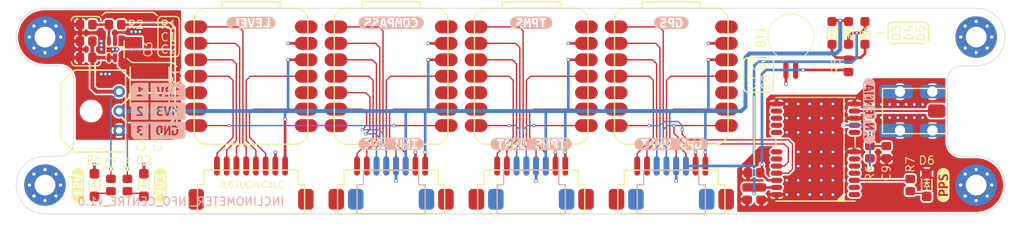
<source format=kicad_pcb>
(kicad_pcb (version 20221018) (generator pcbnew)
  (layers (0 "F.Cu" signal) (1 "In1.Cu" signal) (2 "In2.Cu" signal) (31 "B.Cu" signal) (34 "B.Paste" user) (35 "F.Paste" user) (36 "B.SilkS" user "B.Silkscreen") (37 "F.SilkS" user "F.Silkscreen") (38 "B.Mask" user) (39 "F.Mask" user) (44 "Edge.Cuts" user))
  (net 0 "")
  (net 1 "Net-(BT1-+)")
  (net 2 "GND")
  (net 3 "Net-(IC1-SW)")
  (net 4 "Net-(IC1-CB)")
  (net 5 "+12V")
  (net 6 "Net-(D4-K)")
  (net 7 "Net-(C9-Pad1)")
  (net 8 "+3.3V")
  (net 9 "Net-(D2-A)")
  (net 10 "Net-(D1-A)")
  (net 11 "Net-(IC1-FB)")
  (net 14 "Net-(IC3-SDA{slash}D4)")
  (net 15 "Net-(IC3-SCL{slash}D5)")
  (net 16 "Net-(IC4-TX{slash}D6)")
  (net 17 "Net-(IC4-RX{slash}D7)")
  (net 20 "Net-(IC6-TIMEPULSE)")
  (net 25 "Net-(IC6-VCC_RF)")
  (net 26 "Net-(IC2-A0{slash}D0)")
  (net 27 "Net-(IC2-A1{slash}D1)")
  (net 28 "Net-(IC2-A2{slash}D2)")
  (net 29 "Net-(IC2-A3{slash}D3)")
  (net 30 "Net-(IC6-RF_IN)")
  (net 32 "Net-(IC2-TX{slash}D6)")
  (net 33 "Net-(IC2-RX{slash}D7)")
  (net 34 "Net-(IC2-SCK{slash}D8)")
  (net 36 "Net-(IC2-SI{slash}D10)")
  (net 38 "Net-(IC3-A0{slash}D0)")
  (net 39 "Net-(IC3-A1{slash}D1)")
  (net 40 "Net-(IC3-A2{slash}D2)")
  (net 41 "Net-(IC3-A3{slash}D3)")
  (net 44 "Net-(IC3-SCK{slash}D8)")
  (net 46 "Net-(IC3-SI{slash}D10)")
  (net 48 "Net-(IC4-A0{slash}D0)")
  (net 49 "Net-(IC4-A1{slash}D1)")
  (net 50 "Net-(IC4-A2{slash}D2)")
  (net 51 "Net-(IC4-A3{slash}D3)")
  (net 54 "Net-(IC4-SCK{slash}D8)")
  (net 56 "Net-(IC4-SI{slash}D10)")
  (net 58 "Net-(IC5-A0{slash}D0)")
  (net 59 "Net-(IC5-A1{slash}D1)")
  (net 60 "Net-(IC5-A2{slash}D2)")
  (net 61 "Net-(IC5-A3{slash}D3)")
  (net 64 "Net-(IC5-TX{slash}D6)")
  (net 65 "Net-(IC5-RX{slash}D7)")
  (net 66 "Net-(IC5-SCK{slash}D8)")
  (net 68 "Net-(IC5-SI{slash}D10)")
  (net 71 "Net-(D3-K)")
  (net 73 "Net-(D6-A)")
  (footprint "passives:C0805" (layer "F.Cu") (at 189.9285 95.25)
    (fp_text reference "C6")
    (fp_text value "1u")
  )
  (footprint "passives:R0805" (layer "F.Cu") (at 91.44 72.39)
    (fp_text reference "R2")
    (fp_text value "69k8")
  )
  (footprint "MountingHole:MountingHole_3.2mm_M3_Pad_Via" (layer "F.Cu") (at 80.645 97.155)
    (fp_text reference "H4" hide)
    (fp_text value "MountingHole_Pad")
  )
  (footprint "MountingHole:MountingHole_3.2mm_M3_Pad_Via" (layer "F.Cu") (at 224.155 74.295)
    (fp_text reference "H1" hide)
    (fp_text value "MountingHole_Pad")
  )
  (footprint "passives:C0805" (layer "F.Cu") (at 95.504 87.63 90)
    (fp_text reference "C4")
    (fp_text value "10u")
  )
  (footprint "MountingHole:MountingHole_3.2mm_M3_Pad_Via" (layer "F.Cu") (at 224.155 97.155)
    (fp_text reference "H2" hide)
    (fp_text value "MountingHole_Pad")
  )
  (footprint "passives:SOD-123" (layer "F.Cu") (at 207.01 73.66 90)
    (fp_text reference "D5")
    (fp_text value "SS0540")
  )
  (footprint "passives:C0805" (layer "F.Cu") (at 210.312 92.075 -90)
    (fp_text reference "C9")
    (fp_text value "47p")
  )
  (footprint "passives:R0805" (layer "F.Cu") (at 207.772 92.075 -90)
    (fp_text reference "R6")
    (fp_text value "10")
  )
  (footprint "connectors:TE-292228-8" (layer "F.Cu") (at 177.165 101.6)
    (fp_text reference "J2" hide)
    (fp_text value "Conn_01x08")
  )
  (footprint "integrated_circuits:SEEED_XIAO" (layer "F.Cu") (at 155.575 80.35)
    (fp_text reference "IC4" hide)
    (fp_text value "~")
  )
  (footprint "passives:R0805" (layer "F.Cu") (at 90.805 97.155 90)
    (fp_text reference "R3")
    (fp_text value "1k")
  )
  (footprint "passives:R0805" (layer "F.Cu") (at 204.47 78.74 -90)
    (fp_text reference "R5")
    (fp_text value "1k")
  )
  (footprint "integrated_circuits:SEEED_XIAO" (layer "F.Cu") (at 112.395 80.35)
    (fp_text reference "IC2" hide)
    (fp_text value "~")
  )
  (footprint "passives:C0805" (layer "F.Cu") (at 86.995 77.47)
    (fp_text reference "C2")
    (fp_text value "4u7")
  )
  (footprint "passives:R0805" (layer "F.Cu") (at 93.345 97.155 90)
    (fp_text reference "R4")
    (fp_text value "1k")
  )
  (footprint "optoelectronics:1206" (layer "F.Cu") (at 95.885 97.155 90)
    (fp_text reference "D2")
    (fp_text value "~")
  )
  (footprint "passives:R0805" (layer "F.Cu") (at 213.995 97.155 90)
    (fp_text reference "R7")
    (fp_text value "1k")
  )
  (footprint "integrated_circuits:SEEED_XIAO" (layer "F.Cu") (at 133.985 80.35)
    (fp_text reference "IC3" hide)
    (fp_text value "~")
  )
  (footprint "passives:C0805" (layer "F.Cu") (at 98.044 87.63 90)
    (fp_text reference "C5")
    (fp_text value "10u")
  )
  (footprint "passives:L0805" (layer "F.Cu") (at 207.772 87.168028 90)
    (fp_text reference "L2")
    (fp_text value "27n")
  )
  (footprint "optoelectronics:1206" (layer "F.Cu") (at 216.535 97.155 90)
    (fp_text reference "D6")
    (fp_text value "~")
  )
  (footprint "passives:L6055" (layer "F.Cu") (at 96.774 81.915 -90)
    (fp_text reference "L1")
    (fp_text value "8u2")
  )
  (footprint "connectors:TE-292228-8" (layer "F.Cu") (at 133.985 101.6)
    (fp_text reference "J1" hide)
    (fp_text value "Conn_01x08")
  )
  (footprint "passives:C0805" (layer "F.Cu") (at 191.008 98.475 90)
    (fp_text reference "C8")
    (fp_text value "1u")
  )
  (footprint "kibuzzard-64F4D513" (layer "F.Cu") (at 85.725 97.155 90)
    (fp_text reference "kibuzzard-64F4D513" hide)
    (fp_text value "G***" hide)
  )
  (footprint "connectors:TE-292228-8" (layer "F.Cu") (at 112.395 101.6)
    (fp_text reference "J3" hide)
    (fp_text value "Conn_01x08")
  )
  (footprint "optoelectronics:1206" (layer "F.Cu") (at 88.265 97.155 90)
    (fp_text reference "D1")
    (fp_text value "~")
  )
  (footprint "passives:C0805" (layer "F.Cu") (at 86.995 74.93)
    (fp_text reference "C1")
    (fp_text value "100n")
  )
  (footprint "kibuzzard-64F4D629" (layer "F.Cu") (at 219.075 97.155 90)
    (fp_text reference "kibuzzard-64F4D629" hide)
    (fp_text value "G***" hide)
  )
  (footprint "passives:C0805" (layer "F.Cu") (at 188.849 98.475 90)
    (fp_text reference "C7")
    (fp_text value "100n")
  )
  (footprint "passives:R0805" (layer "F.Cu") (at 86.995 72.39)
    (fp_text reference "R1")
    (fp_text value "22k1")
  )
  (footprint "connectors:FAKRA_R197.160._28" (layer "F.Cu") (at 219.71 85.725 -90)
    (fp_text reference "J7" hide)
    (fp_text value "Conn_Coaxial")
  )
  (footprint "passives:SOD-123" (layer "F.Cu") (at 204.47 73.66 90)
    (fp_text reference "D4")
    (fp_text value "SS0540")
  )
  (footprint "passives:C0805" (layer "F.Cu") (at 94.615 76.2 90)
    (fp_text reference "C3")
    (fp_text value "100n")
  )
  (footprint "connectors:MICROFIT3.0-1x3-HORIZ" (layer "F.Cu") (at 92.075 85.725 -90)
    (fp_text reference "J9" hide)
    (fp_text value "Conn_01x03")
  )
  (footprint "integrated_circuits:UBLOX-NEO-M9N" (layer "F.Cu") (at 199.39 90.825 180)
    (fp_text reference "IC6" hide)
    (fp_text value "NEO-M9N")
  )
  (footprint "kibuzzard-64F4D53D" (layer "F.Cu") (at 98.425 97.155 90)
    (fp_text reference "kibuzzard-64F4D53D" hide)
    (fp_text value "G***" hide)
  )
  (footprint "connectors:TE-292228-8" (layer "F.Cu") (at 155.575 101.6)
    (fp_text reference "J4" hide)
    (fp_text value "Conn_01x08")
  )
  (footprint "integrated_circuits:SEEED_XIAO" (layer "F.Cu") (at 177.165 80.35)
    (fp_text reference "IC5" hide)
    (fp_text value "~")
  )
  (footprint "integrated_circuits:SOT23-6" (layer "F.Cu") (at 91.44 76.2 -90)
    (fp_text reference "IC1")
    (fp_text value "~")
  )
  (footprint "passives:SOD-123" (layer "F.Cu") (at 201.93 73.66 90)
    (fp_text reference "D3")
    (fp_text value "SS0540")
  )
  (footprint "passives:BAT-MS621" (layer "F.Cu") (at 195.58 74.295 -90)
    (fp_text reference "BT1")
    (fp_text value "Battery_Cell")
  )
  (footprint "MountingHole:MountingHole_3.2mm_M3_Pad_Via" (layer "F.Cu") (at 80.645 74.295)
    (fp_text reference "H3" hide)
    (fp_text value "MountingHole_Pad")
  )
  (footprint "kibuzzard-64DFFC28" (layer "B.Cu") (at 95.25 82.725 180)
    (fp_text reference "kibuzzard-64DFFC28" hide)
    (fp_text value "G***" hide)
  )
  (footprint "connectors:TE-292228-4" (layer "B.Cu") (at 177.165 101.6 180)
    (fp_text reference "J8" hide)
    (fp_text value "Conn_01x04")
  )
  (footprint "kibuzzard-64EF6BB1" (layer "B.Cu") (at 155.575 72.095 180)
    (fp_text reference "kibuzzard-64EF6BB1" hide)
    (fp_text value "G***" hide)
  )
  (footprint "kibuzzard-64EFA0F6" (layer "B.Cu") (at 112.395 72.095 180)
    (fp_text reference "kibuzzard-64EFA0F6" hide)
    (fp_text value "G***" hide)
  )
  (footprint "kibuzzard-64EF9D48" (layer "B.Cu") (at 99.4 82.725 180)
    (fp_text reference "kibuzzard-64EF9D48" hide)
    (fp_text value "G***" hide)
  )
  (footprint "connectors:TE-292228-4" (layer "B.Cu") (at 133.985 101.6 180)
    (fp_text reference "J5" hide)
    (fp_text value "Conn_01x04")
  )
  (footprint "kibuzzard-64EF6BC1" (layer "B.Cu") (at 177.165 72.095 180)
    (fp_text reference "kibuzzard-64EF6BC1" hide)
    (fp_text value "G***" hide)
  )
  (footprint "kibuzzard-650ECDA2" (layer "B.Cu") (at 133.985 90.805 180)
    (fp_text reference "kibuzzard-650ECDA2" hide)
    (fp_text value "G***" hide)
  )
  (footprint "kibuzzard-64EFA8FB" (layer "B.Cu") (at 207.645 85.725 90)
    (fp_text reference "kibuzzard-64EFA8FB" hide)
    (fp_text value "G***" hide)
  )
  (footprint "kibuzzard-64EF9CA5" (layer "B.Cu") (at 95.25 85.725 180)
    (fp_text reference "kibuzzard-64EF9CA5" hide)
    (fp_text value "G***" hide)
  )
  (footprint "kibuzzard-64EF9D40" (layer "B.Cu") (at 99.3 88.725 180)
    (fp_text reference "kibuzzard-64EF9D40" hide)
    (fp_text value "G***" hide)
  )
  (footprint "kibuzzard-64EF6B93" (layer "B.Cu") (at 133.985 72.095 180)
    (fp_text reference "kibuzzard-64EF6B93" hide)
    (fp_text value "G***" hide)
  )
  (footprint "kibuzzard-64EF9CAD" (layer "B.Cu") (at 95.25 88.725 180)
    (fp_text reference "kibuzzard-64EF9CAD" hide)
    (fp_text value "G***" hide)
  )
  (footprint "kibuzzard-650ECDAE" (layer "B.Cu") (at 155.575 90.805 180)
    (fp_text reference "kibuzzard-650ECDAE" hide)
    (fp_text value "G***" hide)
  )
  (footprint "kibuzzard-64EF9D56" (layer "B.Cu") (at 99.3 85.725 180)
    (fp_text reference "kibuzzard-64EF9D56" hide)
    (fp_text value "G***" hide)
  )
  (footprint "connectors:TE-292228-4" (layer "B.Cu") (at 155.575 101.6 180)
    (fp_text reference "J6" hide)
    (fp_text value "Conn_01x04")
  )
  (footprint "kibuzzard-65062FEF" (layer "B.Cu") (at 177.165 90.805 180)
    (fp_text reference "kibuzzard-65062FEF" hide)
    (fp_text value "G***" hide)
  )
  (gr_poly (pts (xy 94.000001 89.34) (xy 94.002474 89.423274) (xy 94.045579 89.584146) (xy 94.128853 89.728381) (xy 94.24662 89.846148) (xy 94.390855 89.929422) (xy 94.551727 89.972527) (xy 94.635001 89.975) (xy 95.690001 89.975) (xy 95.690001 89.725) (xy 94.250001 89.725) (xy 94.250001 87.725) (xy 95.690001 87.725) (xy 95.690001 87.475) (xy 94.000001 87.475)) (stroke (width 0.2032)) (fill solid) (layer "B.SilkS"))
  (gr_poly (pts (xy 97.25 89.725) (xy 97.25 87.725) (xy 98.25 87.725) (xy 98.25 87.475) (xy 97 87.475) (xy 97 89.975) (xy 98.25 89.975) (xy 98.25 89.725)) (stroke (width 0.2032)) (fill solid) (layer "B.SilkS"))
  (gr_poly (pts (xy 95.25 87.725) (xy 96.25 87.725) (xy 96.25 89.725) (xy 95.25 89.725) (xy 95.25 89.975) (xy 96.5 89.975) (xy 96.5 87.475) (xy 95.25 87.475)) (stroke (width 0.2032)) (fill solid) (layer "B.SilkS"))
  (gr_poly (pts (xy 94.000001 82.11) (xy 94.002474 82.026726) (xy 94.045579 81.865854) (xy 94.128853 81.721619) (xy 94.24662 81.603852) (xy 94.390855 81.520578) (xy 94.551727 81.477473) (xy 94.635001 81.475) (xy 95.690001 81.475) (xy 95.690001 81.725) (xy 94.250001 81.725) (xy 94.250001 83.725) (xy 95.690001 83.725) (xy 95.690001 83.975) (xy 94.000001 83.975)) (stroke (width 0.2032)) (fill solid) (layer "B.SilkS"))
  (gr_poly (pts (xy 101.468 84.725) (xy 101.468 86.725) (xy 97.996 86.725) (xy 97.996 86.975) (xy 102.226 86.975) (xy 102.226 84.475) (xy 97.996 84.475) (xy 97.996 84.725)) (stroke (width 0.2032)) (fill solid) (layer "B.SilkS"))
  (gr_poly (pts (xy 97.25 83.725) (xy 97.25 81.725) (xy 98.25 81.725) (xy 98.25 81.475) (xy 97 81.475) (xy 97 83.975) (xy 98.25 83.975) (xy 98.25 83.725)) (stroke (width 0.2032)) (fill solid) (layer "B.SilkS"))
  (gr_poly (pts (xy 94.25 86.725) (xy 94.25 84.725) (xy 95.25 84.725) (xy 95.25 84.475) (xy 94 84.475) (xy 94 86.975) (xy 95.25 86.975) (xy 95.25 86.725)) (stroke (width 0.2032)) (fill solid) (layer "B.SilkS"))
  (gr_poly (pts (xy 97.25 86.725) (xy 97.25 84.725) (xy 98.25 84.725) (xy 98.25 84.475) (xy 97 84.475) (xy 97 86.975) (xy 98.25 86.975) (xy 98.25 86.725)) (stroke (width 0.2032)) (fill solid) (layer "B.SilkS"))
  (gr_poly (pts (xy 95.25 84.725) (xy 96.25 84.725) (xy 96.25 86.725) (xy 95.25 86.725) (xy 95.25 86.975) (xy 96.5 86.975) (xy 96.5 84.475) (xy 95.25 84.475)) (stroke (width 0.2032)) (fill solid) (layer "B.SilkS"))
  (gr_poly (pts (xy 102.226 89.34) (xy 102.223527 89.423274) (xy 102.180422 89.584146) (xy 102.097148 89.728381) (xy 101.979381 89.846148) (xy 101.835146 89.929422) (xy 101.674274 89.972527) (xy 101.591 89.975) (xy 97.996 89.975) (xy 97.996 89.725) (xy 101.468 89.725) (xy 101.468 87.725) (xy 97.996 87.725) (xy 97.996 87.475) (xy 102.226 87.475)) (stroke (width 0.2032)) (fill solid) (layer "B.SilkS"))
  (gr_poly (pts (xy 95.25 81.725) (xy 96.25 81.725) (xy 96.25 83.725) (xy 95.25 83.725) (xy 95.25 83.975) (xy 96.5 83.975) (xy 96.5 81.475) (xy 95.25 81.475)) (stroke (width 0.2032)) (fill solid) (layer "B.SilkS"))
  (gr_poly (pts (xy 102.226 82.11) (xy 102.223527 82.026726) (xy 102.180422 81.865854) (xy 102.097148 81.721619) (xy 101.979381 81.603852) (xy 101.835146 81.520578) (xy 101.674274 81.477473) (xy 101.591 81.475) (xy 97.996 81.475) (xy 97.996 81.725) (xy 101.595 81.725) (xy 101.595 83.725) (xy 97.996 83.725) (xy 97.996 83.975) (xy 102.226 83.975)) (stroke (width 0.2032)) (fill solid) (layer "B.SilkS"))
  (gr_arc (start 188.976 82.804) (mid 188.526987 82.618013) (end 188.341 82.169) (stroke (width 0.2032)) (layer "F.SilkS"))
  (gr_line (start 189.9285 83.439) (end 189.9285 93.98) (stroke (width 0.2032)) (layer "F.SilkS"))
  (gr_line (start 208.661 73.66) (end 209.931 73.66) (stroke (width 0.2032)) (layer "F.SilkS"))
  (gr_arc (start 192.913 82.169) (mid 192.727013 82.618013) (end 192.278 82.804) (stroke (width 0.2032)) (layer "F.SilkS"))
  (gr_line (start 98.679 71.12) (end 100.711 71.12) (stroke (width 0.2032)) (layer "F.SilkS"))
  (gr_arc (start 97.145974 70.485) (mid 97.388983 70.533328) (end 97.594987 70.670987) (stroke (width 0.2032)) (layer "F.SilkS"))
  (gr_arc (start 101.346 76.708) (mid 101.160013 77.157013) (end 100.711 77.343) (stroke (width 0.2032)) (layer "F.SilkS"))
  (gr_arc (start 85.344 78.74) (mid 84.894987 78.554013) (end 84.709 78.105) (stroke (width 0.2032)) (layer "F.SilkS"))
  (gr_line (start 100.711 77.343) (end 98.679 77.343) (stroke (width 0.2032)) (layer "F.SilkS"))
  (gr_line (start 89.408 70.993) (end 89.730013 70.670987) (stroke (width 0.2032)) (layer "F.SilkS"))
  (gr_arc (start 89.730013 70.670987) (mid 89.936023 70.533345) (end 90.179026 70.485) (stroke (width 0.2032)) (layer "F.SilkS"))
  (gr_line (start 93.345 77.597) (end 93.794013 78.046013) (stroke (width 0.2032)) (layer "F.SilkS"))
  (gr_line (start 192.913 78.105) (end 192.913 82.169) (stroke (width 0.2032)) (layer "F.SilkS"))
  (gr_arc (start 100.711 71.12) (mid 101.160013 71.305987) (end 101.346 71.755) (stroke (width 0.2032)) (layer "F.SilkS"))
  (gr_line (start 216.154 75.311) (end 211.201 75.311) (stroke (width 0.2032)) (layer "F.SilkS"))
  (gr_arc (start 89.281 78.105) (mid 89.095013 78.554013) (end 88.646 78.74) (stroke (width 0.2032)) (layer "F.SilkS"))
  (gr_line (start 100.515987 78.417987) (end 100.965 78.867) (stroke (width 0.2032)) (layer "F.SilkS"))
  (gr_line (start 84.709 71.755) (end 84.709 71.755) (stroke (width 0.2032)) (layer "F.SilkS"))
  (gr_line (start 89.281 71.755) (end 89.281 71.755) (stroke (width 0.2032)) (layer "F.SilkS"))
  (gr_arc (start 84.709 71.755) (mid 84.894987 71.305987) (end 85.344 71.12) (stroke (width 0.2032)) (layer "F.SilkS"))
  (gr_arc (start 216.154 72.009) (mid 216.603013 72.194987) (end 216.789 72.644) (stroke (width 0.2032)) (layer "F.SilkS"))
  (gr_line (start 85.344 78.74) (end 88.646 78.74) (stroke (width 0.2032)) (layer "F.SilkS"))
  (gr_arc (start 211.201 75.311) (mid 210.751987 75.125013) (end 210.566 74.676) (stroke (width 0.2032)) (layer "F.SilkS"))
  (gr_line (start 97.594987 70.670987) (end 97.917 70.993) (stroke (width 0.2032)) (layer "F.SilkS"))
  (gr_arc (start 88.646 71.12) (mid 89.095013 71.305987) (end 89.281 71.755) (stroke (width 0.2032)) (layer "F.SilkS"))
  (gr_line (start 98.796974 78.232) (end 100.066974 78.232) (stroke (width 0.2032)) (layer "F.SilkS"))
  (gr_arc (start 210.566 72.644) (mid 210.751987 72.194987) (end 211.201 72.009) (stroke (width 0.2032)) (layer "F.SilkS"))
  (gr_line (start 90.179026 70.485) (end 97.145974 70.485) (stroke (width 0.2032)) (layer "F.SilkS"))
  (gr_line (start 188.976 77.47) (end 192.278 77.47) (stroke (width 0.2032)) (layer "F.SilkS"))
  (gr_line (start 100.779013 85.911036) (end 100.33 85.462023) (stroke (width 0.2032)) (layer "F.SilkS"))
  (gr_arc (start 98.679 77.343) (mid 98.229987 77.157013) (end 98.044 76.708) (stroke (width 0.2032)) (layer "F.SilkS"))
  (gr_line (start 89.281 78.105) (end 89.281 78.105) (stroke (width 0.2032)) (layer "F.SilkS"))
  (gr_line (start 210.566 74.676) (end 210.566 72.644) (stroke (width 0.2032)) (layer "F.SilkS"))
  (gr_line (start 94.243026 78.232) (end 98.796974 78.232) (stroke (width 0.2032)) (layer "F.SilkS"))
  (gr_line (start 84.709 78.105) (end 84.709 78.105) (stroke (width 0.2032)) (layer "F.SilkS"))
  (gr_line (start 98.044 76.708) (end 98.044 71.755) (stroke (width 0.2032)) (layer "F.SilkS"))
  (gr_line (start 100.965 87.630049) (end 100.965 86.360049) (stroke (width 0.2032)) (layer "F.SilkS"))
  (gr_line (start 101.346 71.755) (end 101.346 76.708) (stroke (width 0.2032)) (layer "F.SilkS"))
  (gr_line (start 88.646 71.12) (end 85.344 71.12) (stroke (width 0.2032)) (layer "F.SilkS"))
  (gr_arc (start 94.243026 78.232) (mid 94.000022 78.183664) (end 93.794013 78.046013) (stroke (width 0.2032)) (layer "F.SilkS"))
  (gr_arc (start 100.066974 78.232) (mid 100.309983 78.280328) (end 100.515987 78.417987) (stroke (width 0.2032)) (layer "F.SilkS"))
  (gr_arc (start 216.789 74.676) (mid 216.603013 75.125013) (end 216.154 75.311) (stroke (width 0.2032)) (layer "F.SilkS"))
  (gr_line (start 216.789 72.644) (end 216.789 74.676) (stroke (width 0.2032)) (layer "F.SilkS"))
  (gr_line (start 188.341 82.169) (end 188.341 78.105) (stroke (width 0.2032)) (layer "F.SilkS"))
  (gr_arc (start 100.779013 85.911036) (mid 100.916672 86.117041) (end 100.965 86.360049) (stroke (width 0.2032)) (layer "F.SilkS"))
  (gr_line (start 192.278 82.804) (end 188.976 82.804) (stroke (width 0.2032)) (layer "F.SilkS"))
  (gr_arc (start 192.278 77.47) (mid 192.727013 77.655987) (end 192.913 78.105) (stroke (width 0.2032)) (layer "F.SilkS"))
  (gr_arc (start 98.044 71.755) (mid 98.229987 71.305987) (end 98.679 71.12) (stroke (width 0.2032)) (layer "F.SilkS"))
  (gr_line (start 211.201 72.009) (end 216.154 72.009) (stroke (width 0.2032)) (layer "F.SilkS"))
  (gr_arc (start 188.341 78.105) (mid 188.526987 77.655987) (end 188.976 77.47) (stroke (width 0.2032)) (layer "F.SilkS"))
  (gr_arc (start 228.6 74.295) (mid 227.29809 77.43809) (end 224.155 78.74) (stroke (width 0.1)) (layer "Edge.Cuts"))
  (gr_line (start 228.6 74.295) (end 228.6 74.295) (stroke (width 0.1)) (layer "Edge.Cuts"))
  (gr_line (start 224.155 78.74) (end 221.9325 78.74) (stroke (width 0.1)) (layer "Edge.Cuts"))
  (gr_line (start 80.645 92.71) (end 82.8675 92.71) (stroke (width 0.1)) (layer "Edge.Cuts"))
  (gr_arc (start 80.645 101.6) (mid 77.50191 100.29809) (end 76.2 97.155) (stroke (width 0.1)) (layer "Edge.Cuts"))
  (gr_line (start 82.8675 78.74) (end 80.645 78.74) (stroke (width 0.1)) (layer "Edge.Cuts"))
  (gr_arc (start 76.2 74.295) (mid 77.50191 71.15191) (end 80.645 69.85) (stroke (width 0.1)) (layer "Edge.Cuts"))
  (gr_arc (start 221.9325 92.71) (mid 220.360955 92.059045) (end 219.71 90.4875) (stroke (width 0.1)) (layer "Edge.Cuts"))
  (gr_line (start 221.9325 92.71) (end 224.155 92.71) (stroke (width 0.1)) (layer "Edge.Cuts"))
  (gr_arc (start 80.645 78.74) (mid 77.50191 77.43809) (end 76.2 74.295) (stroke (width 0.1)) (layer "Edge.Cuts"))
  (gr_line (start 85.09 80.9625) (end 85.09 90.4875) (stroke (width 0.1)) (layer "Edge.Cuts"))
  (gr_arc (start 228.6 97.155) (mid 227.29809 100.29809) (end 224.155 101.6) (stroke (width 0.1)) (layer "Edge.Cuts"))
  (gr_line (start 76.2 97.155) (end 76.2 97.155) (stroke (width 0.1)) (layer "Edge.Cuts"))
  (gr_arc (start 76.2 97.155) (mid 77.50191 94.01191) (end 80.645 92.71) (stroke (width 0.1)) (layer "Edge.Cuts"))
  (gr_arc (start 224.155 92.71) (mid 227.29809 94.01191) (end 228.6 97.155) (stroke (width 0.1)) (layer "Edge.Cuts"))
  (gr_arc (start 82.8675 78.74) (mid 84.439045 79.390955) (end 85.09 80.9625) (stroke (width 0.1)) (layer "Edge.Cuts"))
  (gr_line (start 80.645 69.85) (end 224.155 69.85) (stroke (width 0.1)) (layer "Edge.Cuts"))
  (gr_line (start 219.71 80.9625) (end 219.71 90.4875) (stroke (width 0.1)) (layer "Edge.Cuts"))
  (gr_line (start 228.6 97.155) (end 228.6 97.155) (stroke (width 0.1)) (layer "Edge.Cuts"))
  (gr_line (start 76.2 74.295) (end 76.2 74.295) (stroke (width 0.1)) (layer "Edge.Cuts"))
  (gr_arc (start 224.155 69.85) (mid 227.29809 71.15191) (end 228.6 74.295) (stroke (width 0.1)) (layer "Edge.Cuts"))
  (gr_line (start 224.155 101.6) (end 80.645 101.6) (stroke (width 0.1)) (layer "Edge.Cuts"))
  (gr_arc (start 85.09 90.4875) (mid 84.439045 92.059045) (end 82.8675 92.71) (stroke (width 0.1)) (layer "Edge.Cuts"))
  (gr_arc (start 219.71 80.9625) (mid 220.360955 79.390955) (end 221.9325 78.74) (stroke (width 0.1)) (layer "Edge.Cuts"))
  (gr_text "INCLINOMETER_INFO_CENTRE_v1.0" (at 101.6 99.695) (layer "B.SilkS") (effects (font (size 1.27 1.27) (thickness 0.2032)) (justify mirror)))
  (gr_text "JLCJLCJLCJLC" (at 112.395 97.1125) (layer "F.SilkS") (effects (font (size 1 1) (thickness 0.1524))))
  (segment (start 191.016 95.25) (end 191.135 95.25) (width 0.4064) (layer "F.Cu") (net 1))
  (segment (start 196.35 79.375) (end 196.33 79.395) (width 0.4064) (layer "F.Cu") (net 1))
  (segment (start 204.15 79.69) (end 203.835 79.375) (width 0.4064) (layer "F.Cu") (net 1))
  (segment (start 192.0535 96.425) (end 190.8785 95.25) (width 0.4064) (layer "F.Cu") (net 1))
  (segment (start 191.135 93.98) (end 191.135 94.9935) (width 0.4064) (layer "F.Cu") (net 1))
  (segment (start 204.47 79.69) (end 204.15 79.69) (width 0.4064) (layer "F.Cu") (net 1))
  (segment (start 203.835 79.375) (end 196.35 79.375) (width 0.4064) (layer "F.Cu") (net 1))
  (segment (start 191.135 94.9935) (end 190.8785 95.25) (width 0.4064) (layer "F.Cu") (net 1))
  (segment (start 193.39 96.425) (end 192.0535 96.425) (width 0.4064) (layer "F.Cu") (net 1))
  (via (at 197.485 79.375) (size 0.5) (drill 0.3) (layers "F.Cu" "B.Cu") (net 1))
  (via (at 191.135 93.98) (size 0.5) (drill 0.3) (layers "F.Cu" "B.Cu") (net 1))
  (segment (start 191.135 80.01) (end 191.77 79.375) (width 0.4064) (layer "B.Cu") (net 1))
  (segment (start 191.77 79.375) (end 197.485 79.375) (width 0.4064) (layer "B.Cu") (net 1))
  (segment (start 191.135 93.98) (end 191.135 80.01) (width 0.4064) (layer "B.Cu") (net 1))
  (segment (start 120.65 75.27) (end 118.11 75.27) (width 0.4064) (layer "F.Cu") (net 2))
  (segment (start 137.735 94.2) (end 137.735 92.075) (width 0.4064) (layer "F.Cu") (net 2))
  (segment (start 163.83 75.27) (end 161.29 75.27) (width 0.4064) (layer "F.Cu") (net 2))
  (segment (start 180.915 94.2) (end 180.915 92.075) (width 0.4064) (layer "F.Cu") (net 2))
  (segment (start 95.885 95.405) (end 95.885 93.98) (width 0.4064) (layer "F.Cu") (net 2))
  (segment (start 194.83 79.395) (end 194.83 81.534) (width 0.4064) (layer "F.Cu") (net 2))
  (segment (start 159.325 94.2) (end 159.325 92.075) (width 0.4064) (layer "F.Cu") (net 2))
  (segment (start 88.265 95.405) (end 88.265 93.98) (width 0.4064) (layer "F.Cu") (net 2))
  (segment (start 142.24 75.27) (end 139.7 75.27) (width 0.4064) (layer "F.Cu") (net 2))
  (segment (start 116.145 94.2) (end 116.145 92.075) (width 0.4064) (layer "F.Cu") (net 2))
  (segment (start 185.42 75.27) (end 182.88 75.27) (width 0.4064) (layer "F.Cu") (net 2))
  (via (at 198.501 98.625) (size 0.55) (drill 0.35) (layers "F.Cu" "B.Cu") (net 2))
  (via (at 209.55 86.741) (size 0.55) (drill 0.35) (layers "F.Cu" "B.Cu") (net 2))
  (via (at 215.9 84.709) (size 0.55) (drill 0.35) (layers "F.Cu" "B.Cu") (net 2))
  (via (at 215.9 86.741) (size 0.55) (drill 0.35) (layers "F.Cu" "B.Cu") (net 2))
  (via (at 88.265 93.98) (size 0.55) (drill 0.35) (layers "F.Cu" "B.Cu") (net 2))
  (via (at 203.835 89.025) (size 0.55) (drill 0.35) (layers "F.Cu" "B.Cu") (net 2))
  (via (at 200.279 98.625) (size 0.55) (drill 0.35) (layers "F.Cu" "B.Cu") (net 2))
  (via (at 202.057 89.025) (size 0.55) (drill 0.35) (layers "F.Cu" "B.Cu") (net 2))
  (via (at 202.057 98.625) (size 0.55) (drill 0.35) (layers "F.Cu" "B.Cu") (net 2))
  (via (at 209.55 84.709) (size 0.55) (drill 0.35) (layers "F.Cu" "B.Cu") (net 2))
  (via (at 194.945 84.625) (size 0.55) (drill 0.35) (layers "F.Cu" "B.Cu") (net 2))
  (via (at 89.3318 74.93) (size 0.55) (drill 0.35) (layers "F.Cu" "B.Cu") (net 2))
  (via (at 180.915 92.075) (size 0.55) (drill 0.35) (layers "F.Cu" "B.Cu") (net 2))
  (via (at 214.63 84.709) (size 0.55) (drill 0.35) (layers "F.Cu" "B.Cu") (net 2))
  (via (at 203.835 85.725) (size 0.55) (drill 0.35) (layers "F.Cu" "B.Cu") (net 2))
  (via (at 196.723 92.025) (size 0.55) (drill 0.35) (layers "F.Cu" "B.Cu") (net 2))
  (via (at 212.09 86.741) (size 0.55) (drill 0.35) (layers "F.Cu" "B.Cu") (net 2))
  (via (at 198.501 96.425) (size 0.55) (drill 0.35) (layers "F.Cu" "B.Cu") (net 2))
  (via (at 203.835 92.025) (size 0.55) (drill 0.35) (layers "F.Cu" "B.Cu") (net 2))
  (via (at 203.835 84.625) (size 0.55) (drill 0.35) (layers "F.Cu" "B.Cu") (net 2))
  (via (at 202.057 96.425) (size 0.55) (drill 0.35) (layers "F.Cu" "B.Cu") (net 2))
  (via (at 200.279 96.425) (size 0.55) (drill 0.35) (layers "F.Cu" "B.Cu") (net 2))
  (via (at 194.945 98.625) (size 0.55) (drill 0.35) (layers "F.Cu" "B.Cu") (net 2))
  (via (at 207.01 84.709) (size 0.55) (drill 0.35) (layers "F.Cu" "B.Cu") (net 2))
  (via (at 198.501 89.025) (size 0.55) (drill 0.35) (layers "F.Cu" "B.Cu") (net 2))
  (via (at 89.9668 80.01) (size 0.55) (drill 0.35) (layers "F.Cu" "B.Cu") (net 2))
  (via (at 210.82 86.741) (size 0.55) (drill 0.35) (layers "F.Cu" "B.Cu") (net 2))
  (via (at 182.88 75.27) (size 0.55) (drill 0.35) (layers "F.Cu" "B.Cu") (net 2))
  (via (at 139.7 75.27) (size 0.55) (drill 0.35) (layers "F.Cu" "B.Cu") (net 2))
  (via (at 118.11 75.27) (size 0.55) (drill 0.35) (layers "F.Cu" "B.Cu") (net 2))
  (via (at 89.3318 75.565) (size 0.55) (drill 0.35) (layers "F.Cu" "B.Cu") (net 2))
  (via (at 194.945 89.025) (size 0.55) (drill 0.35) (layers "F.Cu" "B.Cu") (net 2))
  (via (at 194.945 86.825) (size 0.55) (drill 0.35) (layers "F.Cu" "B.Cu") (net 2))
  (via (at 196.723 89.025) (size 0.55) (drill 0.35) (layers "F.Cu" "B.Cu") (net 2))
  (via (at 194.945 96.425) (size 0.55) (drill 0.35) (layers "F.Cu" "B.Cu") (net 2))
  (via (at 198.501 92.025) (size 0.55) (drill 0.35) (layers "F.Cu" "B.Cu") (net 2))
  (via (at 200.279 94.225) (size 0.55) (drill 0.35) (layers "F.Cu" "B.Cu") (net 2))
  (via (at 200.279 89.025) (size 0.55) (drill 0.35) (layers "F.Cu" "B.Cu") (net 2))
  (via (at 198.501 84.625) (size 0.55) (drill 0.35) (layers "F.Cu" "B.Cu") (net 2))
  (via (at 194.83 81.534) (size 0.55) (drill 0.35) (layers "F.Cu" "B.Cu") (net 2))
  (via (at 196.723 98.625) (size 0.55) (drill 0.35) (layers "F.Cu" "B.Cu") (net 2))
  (via (at 93.98 73.4695) (size 0.55) (drill 0.35) (layers "F.Cu" "B.Cu") (net 2))
  (via (at 198.501 94.225) (size 0.55) (drill 0.35) (layers "F.Cu" "B.Cu") (net 2))
  (via (at 196.723 96.425) (size 0.55) (drill 0.35) (layers "F.Cu" "B.Cu") (net 2))
  (via (at 95.25 73.4695) (size 0.55) (drill 0.35) (layers "F.Cu" "B.Cu") (net 2))
  (via (at 202.057 84.625) (size 0.55) (drill 0.35) (layers "F.Cu" "B.Cu") (net 2))
  (via (at 196.723 94.225) (size 0.55) (drill 0.35) (layers "F.Cu" "B.Cu") (net 2))
  (via (at 203.835 96.425) (size 0.55) (drill 0.35) (layers "F.Cu" "B.Cu") (net 2))
  (via (at 161.29 75.27) (size 0.55) (drill 0.35) (layers "F.Cu" "B.Cu") (net 2))
  (via (at 95.885 93.98) (size 0.55) (drill 0.35) (layers "F.Cu" "B.Cu") (net 2))
  (via (at 208.28 84.709) (size 0.55) (drill 0.35) (layers "F.Cu" "B.Cu") (net 2))
  (via (at 203.835 94.225) (size 0.55) (drill 0.35) (layers "F.Cu" "B.Cu") (net 2))
  (via (at 214.63 86.741) (size 0.55) (drill 0.35) (layers "F.Cu" "B.Cu") (net 2))
  (via (at 134.735 96.52) (size 0.55) (drill 0.35) (layers "F.Cu" "B.Cu") (net 2))
  (via (at 200.279 84.625) (size 0.55) (drill 0.35) (layers "F.Cu" "B.Cu") (net 2))
  (via (at 91.1225 76.2) (size 0.55) (drill 0.35) (layers "F.Cu" "B.Cu") (net 2))
  (via (at 210.82 84.709) (size 0.55) (drill 0.35) (layers "F.Cu" "B.Cu") (net 2))
  (via (at 212.09 84.709) (size 0.55) (drill 0.35) (layers "F.Cu" "B.Cu") (net 2))
  (via (at 200.279 86.825) (size 0.55) (drill 0.35) (layers "F.Cu" "B.Cu") (net 2))
  (via (at 90.6018 80.01) (size 0.55) (drill 0.35) (layers "F.Cu" "B.Cu") (net 2))
  (via (at 89.3318 80.01) (size 0.55) (drill 0.35) (layers "F.Cu" "B.Cu") (net 2))
  (via (at 159.325 92.075) (size 0.55) (drill 0.35) (layers "F.Cu" "B.Cu") (net 2))
  (via (at 203.835 86.825) (size 0.55) (drill 0.35) (layers "F.Cu" "B.Cu") (net 2))
  (via (at 198.501 86.825) (size 0.55) (drill 0.35) (layers "F.Cu" "B.Cu") (net 2))
  (via (at 116.145 92.075) (size 0.55) (drill 0.35) (layers "F.Cu" "B.Cu") (net 2))
  (via (at 213.36 86.741) (size 0.55) (drill 0.35) (layers "F.Cu" "B.Cu") (net 2))
  (via (at 89.3318 76.2) (size 0.55) (drill 0.35) (layers "F.Cu" "B.Cu") (net 2))
  (via (at 91.7575 76.2) (size 0.55) (drill 0.35) (layers "F.Cu" "B.Cu") (net 2))
  (via (at 203.835 98.625) (size 0.55) (drill 0.35) (layers "F.Cu" "B.Cu") (net 2))
  (via (at 94.615 73.4695) (size 0.55) (drill 0.35) (layers "F.Cu" "B.Cu") (net 2))
  (via (at 156.325 96.52) (size 0.55) (drill 0.35) (layers "F.Cu" "B.Cu") (net 2))
  (via (at 202.057 86.825) (size 0.55) (drill 0.35) (layers "F.Cu" "B.Cu") (net 2))
  (via (at 177.915 96.52) (size 0.55) (drill 0.35) (layers "F.Cu" "B.Cu") (net 2))
  (via (at 200.279 92.025) (size 0.55) (drill 0.35) (layers "F.Cu" "B.Cu") (net 2))
  (via (at 202.057 92.025) (size 0.55) (drill 0.35) (layers "F.Cu" "B.Cu") (net 2))
  (via (at 202.057 94.225) (size 0.55) (drill 0.35) (layers "F.Cu" "B.Cu") (net 2))
  (via (at 196.723 84.625) (size 0.55) (drill 0.35) (layers "F.Cu" "B.Cu") (net 2))
  (via (at 213.36 84.709) (size 0.55) (drill 0.35) (layers "F.Cu" "B.Cu") (net 2))
  (via (at 137.735 92.075) (size 0.55) (drill 0.35) (layers "F.Cu" "B.Cu") (net 2))
  (via (at 196.723 86.825) (size 0.55) (drill 0.35) (layers "F.Cu" "B.Cu") (net 2))
  (segment (start 156.325 94.2) (end 156.325 96.52) (width 0.4064) (layer "B.Cu") (net 2))
  (segment (start 134.735 94.2) (end 134.735 96.52) (width 0.4064) (layer "B.Cu") (net 2))
  (segment (start 177.915 94.2) (end 177.915 96.52) (width 0.4064) (layer "B.Cu") (net 2))
  (segment (start 94.265 77.5) (end 94.615 77.15) (width 0.2032) (layer "F.Cu") (net 3))
  (segment (start 87.945 77.47) (end 91.41 77.47) (width 0.6096) (layer "F.Cu") (net 5))
  (segment (start 87.945 77.47) (end 87.945 82.09) (width 0.6096) (layer "F.Cu") (net 5))
  (segment (start 90.17 82.725) (end 88.58 82.725) (width 0.6096) (layer "F.Cu") (net 5))
  (segment (start 91.41 77.47) (end 91.44 77.5) (width 0.6096) (layer "F.Cu") (net 5))
  (segment (start 92.075 82.725) (end 90.17 82.725) (width 0.6096) (layer "F.Cu") (net 5))
  (segment (start 90.805 96.205) (end 90.805 94.615) (width 0.2032) (layer "F.Cu") (net 5))
  (segment (start 87.945 74.93) (end 87.945 77.47) (width 0.6096) (layer "F.Cu") (net 5))
  (segment (start 88.58 82.725) (end 87.945 82.09) (width 0.6096) (layer "F.Cu") (net 5))
  (via (at 90.805 94.615) (size 0.55) (drill 0.35) (layers "F.Cu" "B.Cu") (net 5))
  (segment (start 90.805 94.615) (end 90.805 83.995) (width 0.2032) (layer "B.Cu") (net 5))
  (segment (start 92.075 82.725) (end 90.8925 83.9075) (width 0.2032) (layer "B.Cu") (net 5))
  (segment (start 90.805 83.995) (end 90.8925 83.9075) (width 0.2032) (layer "B.Cu") (net 5))
  (segment (start 188.849 97.525) (end 191.008 97.525) (width 1.3) (layer "F.Cu") (net 6))
  (segment (start 205.74 73.66) (end 206.375 73.66) (width 0.4064) (layer "F.Cu") (net 6))
  (segment (start 207.01 73.025) (end 207.01 71.91) (width 0.4064) (layer "F.Cu") (net 6))
  (segment (start 206.375 73.66) (end 207.01 73.025) (width 0.4064) (layer "F.Cu") (net 6))
  (segment (start 189.9285 98.475) (end 189.9285 97.525) (width 0.4064) (layer "F.Cu") (net 6))
  (segment (start 204.47 74.295) (end 205.105 73.66) (width 0.4064) (layer "F.Cu") (net 6))
  (segment (start 205.105 73.66) (end 205.74 73.66) (width 0.4064) (layer "F.Cu") (net 6))
  (segment (start 204.47 75.41) (end 204.47 74.295) (width 0.4064) (layer "F.Cu") (net 6))
  (segment (start 193.39 97.525) (end 191.135 97.525) (width 0.4064) (layer "F.Cu") (net 6))
  (via (at 205.74 73.66) (size 0.5) (drill 0.3) (layers "F.Cu" "B.Cu") (net 6))
  (via (at 189.9285 98.475) (size 0.5) (drill 0.3) (layers "F.Cu" "B.Cu") (net 6))
  (segment (start 205.74 77.47) (end 205.105 78.105) (width 0.4064) (layer "B.Cu") (net 6))
  (segment (start 189.9285 93.345) (end 189.9285 78.74) (width 0.4064) (layer "B.Cu") (net 6))
  (segment (start 190.5635 78.105) (end 205.105 78.105) (width 0.4064) (layer "B.Cu") (net 6))
  (segment (start 205.74 73.66) (end 205.74 77.47) (width 0.4064) (layer "B.Cu") (net 6))
  (segment (start 189.9285 78.74) (end 190.5635 78.105) (width 0.4064) (layer "B.Cu") (net 6))
  (segment (start 189.9285 98.475) (end 189.9285 93.345) (width 0.4064) (layer "B.Cu") (net 6))
  (segment (start 179.415 94.2) (end 189.0735 94.2) (width 0.4064) (layer "B.Cu") (net 6))
  (segment (start 189.0735 94.2) (end 189.9285 94.2) (width 0.4064) (layer "B.Cu") (net 6))
  (segment (start 207.772 88.118028) (end 207.772 91.125) (width 0.3048) (layer "F.Cu") (net 7))
  (segment (start 207.645 91.125) (end 210.185 91.125) (width 0.3048) (layer "F.Cu") (net 7))
  (segment (start 139.235 94.2) (end 139.235 92.075) (width 0.4064) (layer "F.Cu") (net 8))
  (segment (start 100.3808 73.025) (end 100.3808 83.82) (width 0.4064) (layer "F.Cu") (net 8))
  (segment (start 185.42 77.81) (end 182.88 77.81) (width 0.4064) (layer "F.Cu") (net 8))
  (segment (start 142.24 77.81) (end 139.7 77.81) (width 0.4064) (layer "F.Cu") (net 8))
  (segment (start 120.65 77.81) (end 118.11 77.81) (width 0.4064) (layer "F.Cu") (net 8))
  (segment (start 93.345 96.205) (end 93.345 94.615) (width 0.2032) (layer "F.Cu") (net 8))
  (segment (start 99.7458 72.39) (end 100.3808 73.025) (width 0.4064) (layer "F.Cu") (net 8))
  (segment (start 92.39 72.39) (end 99.7458 72.39) (width 0.4064) (layer "F.Cu") (net 8))
  (segment (start 203.2 71.755) (end 202.085 71.755) (width 0.4064) (layer "F.Cu") (net 8))
  (segment (start 163.83 77.81) (end 161.29 77.81) (width 0.4064) (layer "F.Cu") (net 8))
  (segment (start 202.085 71.755) (end 201.93 71.91) (width 0.4064) (layer "F.Cu") (net 8))
  (segment (start 160.825 94.2) (end 160.825 92.075) (width 0.4064) (layer "F.Cu") (net 8))
  (segment (start 204.315 71.755) (end 204.47 71.91) (width 0.4064) (layer "F.Cu") (net 8))
  (segment (start 182.415 94.2) (end 182.415 92.075) (width 0.4064) (layer "F.Cu") (net 8))
  (segment (start 203.2 71.755) (end 204.315 71.755) (width 0.4064) (layer "F.Cu") (net 8))
  (segment (start 117.645 94.2) (end 117.645 86.995) (width 0.4064) (layer "F.Cu") (net 8))
  (via (at 203.2 71.755) (size 0.55) (drill 0.35) (layers "F.Cu" "B.Cu") (net 8))
  (via (at 139.7 77.81) (size 0.55) (drill 0.35) (layers "F.Cu" "B.Cu") (net 8))
  (via (at 93.345 94.615) (size 0.55) (drill 0.35) (layers "F.Cu" "B.Cu") (net 8))
  (via (at 118.11 77.81) (size 0.55) (drill 0.35) (layers "F.Cu" "B.Cu") (net 8))
  (via (at 117.645 86.995) (size 0.55) (drill 0.35) (layers "F.Cu" "B.Cu") (net 8))
  (via (at 139.235 92.075) (size 0.55) (drill 0.35) (layers "F.Cu" "B.Cu") (net 8))
  (via (at 160.825 92.075) (size 0.55) (drill 0.35) (layers "F.Cu" "B.Cu") (net 8))
  (via (at 182.415 92.075) (size 0.55) (drill 0.35) (layers "F.Cu" "B.Cu") (net 8))
  (via (at 182.88 77.81) (size 0.55) (drill 0.35) (layers "F.Cu" "B.Cu") (net 8))
  (via (at 161.29 77.81) (size 0.55) (drill 0.35) (layers "F.Cu" "B.Cu") (net 8))
  (segment (start 117.645 86.995) (end 117.645 85.895) (width 0.4064) (layer "B.Cu") (net 8))
  (segment (start 157.825 86.705) (end 157.825 85.725) (width 0.4064) (layer "B.Cu") (net 8))
  (segment (start 182.88 77.81) (end 182.88 85.725) (width 0.4064) (layer "B.Cu") (net 8))
  (segment (start 139.235 92.075) (end 139.235 85.895) (width 0.4064) (layer "B.Cu") (net 8))
  (segment (start 203.2 76.2) (end 202.565 76.835) (width 0.6096) (layer "B.Cu") (net 8))
  (segment (start 139.7 77.81) (end 139.7 85.725) (width 0.4064) (layer "B.Cu") (net 8))
  (segment (start 182.415 85.895) (end 182.415 85.725) (width 0.4064) (layer "B.Cu") (net 8))
  (segment (start 139.235 85.895) (end 139.235 85.725) (width 0.4064) (layer "B.Cu") (net 8))
  (segment (start 156.845 85.725) (end 135.89 85.725) (width 0.6096) (layer "B.Cu") (net 8))
  (segment (start 188.595 85.09) (end 187.96 85.725) (width 0.6096) (layer "B.Cu") (net 8))
  (segment (start 203.2 71.755) (end 203.2 76.2) (width 0.6096) (layer "B.Cu") (net 8))
  (segment (start 118.11 77.81) (end 118.11 85.725) (width 0.4064) (layer "B.Cu") (net 8))
  (segment (start 187.96 85.725) (end 156.845 85.725) (width 0.6096) (layer "B.Cu") (net 8))
  (segment (start 188.595 77.47) (end 188.595 85.09) (width 0.6096) (layer "B.Cu") (net 8))
  (segment (start 136.235 86.07) (end 136.235 85.725) (width 0.4064) (layer "B.Cu") (net 8))
  (segment (start 93.345 94.615) (end 93.345 85.725) (width 0.2032) (layer "B.Cu") (net 8))
  (segment (start 202.565 76.835) (end 189.23 76.835) (width 0.6096) (layer "B.Cu") (net 8))
  (segment (start 135.89 85.725) (end 92.075 85.725) (width 0.6096) (layer "B.Cu") (net 8))
  (segment (start 157.825 94.2) (end 157.825 86.705) (width 0.4064) (layer "B.Cu") (net 8))
  (segment (start 117.645 85.725) (end 118.11 85.725) (width 0.6096) (layer "B.Cu") (net 8))
  (segment (start 189.23 76.835) (end 188.595 77.47) (width 0.6096) (layer "B.Cu") (net 8))
  (segment (start 182.415 92.075) (end 182.415 85.895) (width 0.4064) (layer "B.Cu") (net 8))
  (segment (start 160.825 92.075) (end 160.825 85.895) (width 0.4064) (layer "B.Cu") (net 8))
  (segment (start 161.29 77.81) (end 161.29 85.725) (width 0.4064) (layer "B.Cu") (net 8))
  (segment (start 160.825 85.895) (end 160.825 85.725) (width 0.4064) (layer "B.Cu") (net 8))
  (segment (start 117.645 85.895) (end 117.645 85.725) (width 0.4064) (layer "B.Cu") (net 8))
  (segment (start 136.235 94.2) (end 136.235 86.07) (width 0.4064) (layer "B.Cu") (net 8))
  (segment (start 95.25 98.425) (end 93.665 98.425) (width 0.2032) (layer "F.Cu") (net 9))
  (segment (start 95.73 98.905) (end 95.25 98.425) (width 0.2032) (layer "F.Cu") (net 9))
  (segment (start 95.885 98.905) (end 95.73 98.905) (width 0.2032) (layer "F.Cu") (net 9))
  (segment (start 93.665 98.425) (end 93.345 98.105) (width 0.2032) (layer "F.Cu") (net 9))
  (segment (start 88.42 98.905) (end 88.9 98.425) (width 0.2032) (layer "F.Cu") (net 10))
  (segment (start 90.485 98.425) (end 90.805 98.105) (width 0.2032) (layer "F.Cu") (net 10))
  (segment (start 88.265 98.905) (end 88.42 98.905) (width 0.2032) (layer "F.Cu") (net 10))
  (segment (start 88.9 98.425) (end 90.485 98.425) (width 0.2032) (layer "F.Cu") (net 10))
  (segment (start 90.49 74.9) (end 90.49 72.39) (width 0.4064) (layer "F.Cu") (net 11))
  (segment (start 87.945 72.39) (end 90.49 72.39) (width 0.4064) (layer "F.Cu") (net 11))
  (segment (start 130.707 88.605) (end 130.072 89.24) (width 0.2032) (layer "F.Cu") (net 14))
  (segment (start 130.071876 82.89) (end 130.706876 83.525) (width 0.2032) (layer "F.Cu") (net 14))
  (segment (start 125.485 82.89) (end 130.071876 82.89) (width 0.2032) (layer "F.Cu") (net 14))
  (segment (start 130.707 83.525) (end 130.707 88.605) (width 0.2032) (layer "F.Cu") (net 14))
  (via (at 130.072 89.24) (size 0.5) (drill 0.3) (layers "F.Cu" "B.Cu") (net 14))
  (segment (start 131.735 91.301) (end 132.231 90.805) (width 0.2032) (layer "B.Cu") (net 14))
  (segment (start 131.735 94.2) (end 131.735 91.301) (width 0.2032) (layer "B.Cu") (net 14))
  (segment (start 132.231 89.875) (end 131.596 89.24) (width 0.2032) (layer "B.Cu") (net 14))
  (segment (start 132.231 89.875) (end 132.231 90.805) (width 0.2032) (layer "B.Cu") (net 14))
  (segment (start 130.072 89.24) (end 131.596 89.24) (width 0.2032) (layer "B.Cu") (net 14))
  (segment (start 130.199 86.065) (end 130.199 87.97) (width 0.2032) (layer "F.Cu") (net 15))
  (segment (start 125.485 85.43) (end 129.563876 85.43) (width 0.2032) (layer "F.Cu") (net 15))
  (segment (start 129.563876 85.43) (end 130.198876 86.065) (width 0.2032) (layer "F.Cu") (net 15))
  (segment (start 130.199 87.97) (end 129.564 88.605) (width 0.2032) (layer "F.Cu") (net 15))
  (via (at 129.564 88.605) (size 0.5) (drill 0.3) (layers "F.Cu" "B.Cu") (net 15))
  (segment (start 133.235 94.2) (end 133.235 91.301) (width 0.2032) (layer "B.Cu") (net 15))
  (segment (start 133.235 91.301) (end 132.739 90.805) (width 0.2032) (layer "B.Cu") (net 15))
  (segment (start 132.104 88.605) (end 132.739 89.24) (width 0.2032) (layer "B.Cu") (net 15))
  (segment (start 132.739 90.805) (end 132.739 89.24) (width 0.2032) (layer "B.Cu") (net 15))
  (segment (start 132.104 88.605) (end 129.564 88.605) (width 0.2032) (layer "B.Cu") (net 15))
  (segment (start 147.075 87.97) (end 152.17 87.97) (width 0.2032) (layer "F.Cu") (net 16))
  (via (at 152.17 87.97) (size 0.5) (drill 0.3) (layers "F.Cu" "B.Cu") (net 16))
  (segment (start 153.821 88.605) (end 153.186 87.97) (width 0.2032) (layer "B.Cu") (net 16))
  (segment (start 153.325 91.301) (end 153.821 90.805) (width 0.2032) (layer "B.Cu") (net 16))
  (segment (start 153.821 88.605) (end 153.821 90.805) (width 0.2032) (layer "B.Cu") (net 16))
  (segment (start 153.186 87.97) (end 152.17 87.97) (width 0.2032) (layer "B.Cu") (net 16))
  (segment (start 153.325 94.2) (end 153.325 91.301) (width 0.2032) (layer "B.Cu") (net 16))
  (segment (start 164.075 87.97) (end 155.98 87.97) (width 0.2032) (layer "F.Cu") (net 17))
  (via (at 155.98 87.97) (size 0.5) (drill 0.3) (layers "F.Cu" "B.Cu") (net 17))
  (segment (start 154.825 94.2) (end 154.825 91.301) (width 0.2032) (layer "B.Cu") (net 17))
  (segment (start 154.964 87.97) (end 155.98 87.97) (width 0.2032) (layer "B.Cu") (net 17))
  (segment (start 154.825 91.301) (end 154.329 90.805) (width 0.2032) (layer "B.Cu") (net 17))
  (segment (start 154.329 88.605) (end 154.964 87.97) (width 0.2032) (layer "B.Cu") (net 17))
  (segment (start 154.329 90.805) (end 154.329 88.605) (width 0.2032) (layer "B.Cu") (net 17))
  (segment (start 213.775 96.425) (end 205.39 96.425) (width 0.2032) (layer "F.Cu") (net 20))
  (segment (start 213.995 96.205) (end 213.775 96.425) (width 0.2032) (layer "F.Cu") (net 20))
  (segment (start 207.772 93.025) (end 207.772 94.615) (width 0.3048) (layer "F.Cu") (net 25))
  (segment (start 205.39 87.925) (end 203.835 87.925) (width 0.3048) (layer "F.Cu") (net 25))
  (via (at 203.835 87.925) (size 0.5) (drill 0.3) (layers "F.Cu" "B.Cu") (net 25))
  (via (at 207.772 94.615) (size 0.5) (drill 0.3) (layers "F.Cu" "B.Cu") (net 25))
  (segment (start 203.835 87.925) (end 207.137 87.925) (width 0.3048) (layer "B.Cu") (net 25))
  (segment (start 207.137 87.925) (end 207.772 88.56) (width 0.3048) (layer "B.Cu") (net 25))
  (segment (start 207.772 88.56) (end 207.772 94.615) (width 0.3048) (layer "B.Cu") (net 25))
  (segment (start 111.645 91.301) (end 111.645 94.2) (width 0.2032) (layer "F.Cu") (net 26))
  (segment (start 111.149 90.805) (end 111.149 73.365) (width 0.2032) (layer "F.Cu") (net 26))
  (segment (start 110.514 72.73) (end 111.149 73.365) (width 0.2032) (layer "F.Cu") (net 26))
  (segment (start 111.149 90.805) (end 111.645 91.301) (width 0.2032) (layer "F.Cu") (net 26))
  (segment (start 103.895 72.73) (end 110.514 72.73) (width 0.2032) (layer "F.Cu") (net 26))
  (segment (start 110.145 91.301) (end 110.641 90.805) (width 0.2032) (layer "F.Cu") (net 27))
  (segment (start 110.145 94.2) (end 110.145 91.301) (width 0.2032) (layer "F.Cu") (net 27))
  (segment (start 110.641 75.905) (end 110.641 90.805) (width 0.2032) (layer "F.Cu") (net 27))
  (segment (start 110.641 75.905) (end 110.006 75.27) (width 0.2032) (layer "F.Cu") (net 27))
  (segment (start 103.895 75.27) (end 110.006 75.27) (width 0.2032) (layer "F.Cu") (net 27))
  (segment (start 110.133 90.297) (end 108.645 91.785) (width 0.2032) (layer "F.Cu") (net 28))
  (segment (start 109.498 77.81) (end 110.133 78.445) (width 0.2032) (layer "F.Cu") (net 28))
  (segment (start 103.895 77.81) (end 109.498 77.81) (width 0.2032) (layer "F.Cu") (net 28))
  (segment (start 110.133 90.297) (end 110.133 78.445) (width 0.2032) (layer "F.Cu") (net 28))
  (segment (start 108.645 91.785) (end 108.645 94.2) (width 0.2032) (layer "F.Cu") (net 28))
  (segment (start 107.145 92.269) (end 109.625 89.789) (width 0.2032) (layer "F.Cu") (net 29))
  (segment (start 107.145 94.2) (end 107.145 92.269) (width 0.2032) (layer "F.Cu") (net 29))
  (segment (start 109.625 80.985) (end 109.625 89.789) (width 0.2032) (layer "F.Cu") (net 29))
  (segment (start 109.625 80.985) (end 108.99 80.35) (width 0.2032) (layer "F.Cu") (net 29))
  (segment (start 103.895 80.35) (end 108.99 80.35) (width 0.2032) (layer "F.Cu") (net 29))
  (segment (start 217.17 85.725) (end 207.645 85.725) (width 0.313944) (layer "F.Cu") (net 30))
  (segment (start 205.39 85.725) (end 207.645 85.725) (width 0.313944) (layer "F.Cu") (net 30))
  (segment (start 142.485 87.97) (end 134.39 87.97) (width 0.2032) (layer "F.Cu") (net 32))
  (segment (start 103.895 87.97) (end 108.99 87.97) (width 0.2032) (layer "F.Cu") (net 32))
  (via (at 108.99 87.97) (size 0.5) (drill 0.3) (layers "F.Cu" "B.Cu") (net 32))
  (via (at 134.39 87.97) (size 0.5) (drill 0.3) (layers "F.Cu" "B.Cu") (net 32))
  (segment (start 127 87.97) (end 108.99 87.97) (width 0.2032) (layer "B.Cu") (net 32))
  (segment (start 134.39 87.97) (end 127 87.97) (width 0.2032) (layer "B.Cu") (net 32))
  (segment (start 120.895 87.97) (end 125.485 87.97) (width 0.2032) (layer "F.Cu") (net 33))
  (segment (start 120.895 85.43) (end 112.8 85.43) (width 0.2032) (layer "F.Cu") (net 34))
  (segment (start 112.8 85.43) (end 112.165 86.065) (width 0.2032) (layer "F.Cu") (net 34))
  (segment (start 112.165 89.789) (end 112.165 86.065) (width 0.2032) (layer "F.Cu") (net 34))
  (segment (start 112.165 89.789) (end 114.645 92.269) (width 0.2032) (layer "F.Cu") (net 34))
  (segment (start 114.645 92.269) (end 114.645 94.2) (width 0.2032) (layer "F.Cu") (net 34))
  (segment (start 113.145 94.2) (end 113.145 91.785) (width 0.2032) (layer "F.Cu") (net 36))
  (segment (start 111.657 80.985) (end 112.292 80.35) (width 0.2032) (layer "F.Cu") (net 36))
  (segment (start 113.145 91.785) (end 111.657 90.297) (width 0.2032) (layer "F.Cu") (net 36))
  (segment (start 120.895 80.35) (end 112.292 80.35) (width 0.2032) (layer "F.Cu") (net 36))
  (segment (start 111.657 80.985) (end 111.657 90.297) (width 0.2032) (layer "F.Cu") (net 36))
  (segment (start 132.739 90.805) (end 132.739 73.365) (width 0.2032) (layer "F.Cu") (net 38))
  (segment (start 132.104 72.73) (end 132.739 73.365) (width 0.2032) (layer "F.Cu") (net 38))
  (segment (start 132.739 90.805) (end 133.235 91.301) (width 0.2032) (layer "F.Cu") (net 38))
  (segment (start 133.235 91.301) (end 133.235 94.2) (width 0.2032) (layer "F.Cu") (net 38))
  (segment (start 125.485 72.73) (end 132.104 72.73) (width 0.2032) (layer "F.Cu") (net 38))
  (segment (start 132.231 90.805) (end 132.231 75.905) (width 0.2032) (layer "F.Cu") (net 39))
  (segment (start 132.231 75.905) (end 131.596 75.27) (width 0.2032) (layer "F.Cu") (net 39))
  (segment (start 131.735 94.2) (end 131.735 91.301) (width 0.2032) (layer "F.Cu") (net 39))
  (segment (start 125.485 75.27) (end 131.596 75.27) (width 0.2032) (layer "F.Cu") (net 39))
  (segment (start 131.735 91.301) (end 132.231 90.805) (width 0.2032) (layer "F.Cu") (net 39))
  (segment (start 131.088 77.81) (end 131.723 78.445) (width 0.2032) (layer "F.Cu") (net 40))
  (segment (start 131.723 78.445) (end 131.723 90.297) (width 0.2032) (layer "F.Cu") (net 40))
  (segment (start 125.485 77.81) (end 131.088 77.81) (width 0.2032) (layer "F.Cu") (net 40))
  (segment (start 130.235 91.785) (end 130.235 94.2) (width 0.2032) (layer "F.Cu") (net 40))
  (segment (start 131.723 90.297) (end 130.235 91.785) (width 0.2032) (layer "F.Cu") (net 40))
  (segment (start 128.735 94.2) (end 128.735 92.269) (width 0.2032) (layer "F.Cu") (net 41))
  (segment (start 131.215 80.985) (end 130.58 80.35) (width 0.2032) (layer "F.Cu") (net 41))
  (segment (start 131.215 89.789) (end 131.215 80.985) (width 0.2032) (layer "F.Cu") (net 41))
  (segment (start 128.735 92.269) (end 131.215 89.789) (width 0.2032) (layer "F.Cu") (net 41))
  (segment (start 125.485 80.35) (end 130.58 80.35) (width 0.2032) (layer "F.Cu") (net 41))
  (segment (start 136.235 92.269) (end 136.235 94.2) (width 0.2032) (layer "F.Cu") (net 44))
  (segment (start 133.755 89.789) (end 136.235 92.269) (width 0.2032) (layer "F.Cu") (net 44))
  (segment (start 142.485 85.43) (end 134.39 85.43) (width 0.2032) (layer "F.Cu") (net 44))
  (segment (start 134.39 85.43) (end 133.755 86.065) (width 0.2032) (layer "F.Cu") (net 44))
  (segment (start 133.755 89.789) (end 133.755 86.065) (width 0.2032) (layer "F.Cu") (net 44))
  (segment (start 142.485 80.35) (end 133.882 80.35) (width 0.2032) (layer "F.Cu") (net 46))
  (segment (start 133.247 80.985) (end 133.882 80.35) (width 0.2032) (layer "F.Cu") (net 46))
  (segment (start 134.735 94.2) (end 134.735 91.785) (width 0.2032) (layer "F.Cu") (net 46))
  (segment (start 134.735 91.785) (end 133.247 90.297) (width 0.2032) (layer "F.Cu") (net 46))
  (segment (start 133.247 80.985) (end 133.247 90.297) (width 0.2032) (layer "F.Cu") (net 46))
  (segment (start 154.825 91.301) (end 154.825 94.2) (width 0.2032) (layer "F.Cu") (net 48))
  (segment (start 154.329 90.805) (end 154.329 73.365) (width 0.2032) (layer "F.Cu") (net 48))
  (segment (start 147.075 72.73) (end 153.694 72.73) (width 0.2032) (layer "F.Cu") (net 48))
  (segment (start 154.329 90.805) (end 154.825 91.301) (width 0.2032) (layer "F.Cu") (net 48))
  (segment (start 153.694 72.73) (end 154.329 73.365) (width 0.2032) (layer "F.Cu") (net 48))
  (segment (start 153.821 75.905) (end 153.186 75.27) (width 0.2032) (layer "F.Cu") (net 49))
  (segment (start 153.821 75.905) (end 153.821 90.805) (width 0.2032) (layer "F.Cu") (net 49))
  (segment (start 147.075 75.27) (end 153.186 75.27) (width 0.2032) (layer "F.Cu") (net 49))
  (segment (start 153.325 94.2) (end 153.325 91.301) (width 0.2032) (layer "F.Cu") (net 49))
  (segment (start 153.325 91.301) (end 153.821 90.805) (width 0.2032) (layer "F.Cu") (net 49))
  (segment (start 151.825 91.785) (end 151.825 94.2) (width 0.2032) (layer "F.Cu") (net 50))
  (segment (start 147.075 77.81) (end 152.678 77.81) (width 0.2032) (layer "F.Cu") (net 50))
  (segment (start 153.313 90.297) (end 153.313 78.445) (width 0.2032) (layer "F.Cu") (net 50))
  (segment (start 152.678 77.81) (end 153.313 78.445) (width 0.2032) (layer "F.Cu") (net 50))
  (segment (start 153.313 90.297) (end 151.825 91.785) (width 0.2032) (layer "F.Cu") (net 50))
  (segment (start 152.805 80.985) (end 152.17 80.35) (width 0.2032) (layer "F.Cu") (net 51))
  (segment (start 150.325 94.2) (end 150.325 92.269) (width 0.2032) (layer "F.Cu") (net 51))
  (segment (start 147.075 80.35) (end 152.17 80.35) (width 0.2032) (layer "F.Cu") (net 51))
  (segment (start 152.805 89.789) (end 152.805 80.985) (width 0.2032) (layer "F.Cu") (net 51))
  (segment (start 150.325 92.269) (end 152.805 89.789) (width 0.2032) (layer "F.Cu") (net 51))
  (segment (start 155.345 89.789) (end 155.345 86.065) (width 0.2032) (layer "F.Cu") (net 54))
  (segment (start 164.075 85.43) (end 155.98 85.43) (width 0.2032) (layer "F.Cu") (net 54))
  (segment (start 155.98 85.43) (end 155.345 86.065) (width 0.2032) (layer "F.Cu") (net 54))
  (segment (start 157.825 92.269) (end 157.825 94.2) (width 0.2032) (layer "F.Cu") (net 54))
  (segment (start 155.345 89.789) (end 157.825 92.269) (width 0.2032) (layer "F.Cu") (net 54))
  (segment (start 164.075 80.35) (end 155.472 80.35) (width 0.2032) (layer "F.Cu") (net 56))
  (segment (start 156.325 91.785) (end 154.837 90.297) (width 0.2032) (layer "F.Cu") (net 56))
  (segment (start 154.837 80.985) (end 154.837 90.297) (width 0.2032) (layer "F.Cu") (net 56))
  (segment (start 154.837 80.985) (end 155.472 80.35) (width 0.2032) (layer "F.Cu") (net 56))
  (segment (start 156.325 94.2) (end 156.325 91.785) (width 0.2032) (layer "F.Cu") (net 56))
  (segment (start 175.284 72.73) (end 175.919 73.365) (width 0.2032) (layer "F.Cu") (net 58))
  (segment (start 175.919 90.805) (end 176.415 91.301) (width 0.2032) (layer "F.Cu") (net 58))
  (segment (start 168.665 72.73) (end 175.284 72.73) (width 0.2032) (layer "F.Cu") (net 58))
  (segment (start 175.919 73.365) (end 175.919 90.805) (width 0.2032) (layer "F.Cu") (net 58))
  (segment (start 176.415 91.301) (end 176.415 94.2) (width 0.2032) (layer "F.Cu") (net 58))
  (segment (start 175.411 75.905) (end 174.776 75.27) (width 0.2032) (layer "F.Cu") (net 59))
  (segment (start 174.915 94.2) (end 174.915 91.301) (width 0.2032) (layer "F.Cu") (net 59))
  (segment (start 168.665 75.27) (end 174.776 75.27) (width 0.2032) (layer "F.Cu") (net 59))
  (segment (start 174.915 91.301) (end 175.411 90.805) (width 0.2032) (layer "F.Cu") (net 59))
  (segment (start 175.411 90.805) (end 175.411 75.905) (width 0.2032) (layer "F.Cu") (net 59))
  (segment (start 174.268 77.81) (end 174.903 78.445) (width 0.2032) (layer "F.Cu") (net 60))
  (segment (start 168.665 77.81) (end 174.268 77.81) (width 0.2032) (layer "F.Cu") (net 60))
  (segment (start 174.903 90.297) (end 174.903 78.445) (width 0.2032) (layer "F.Cu") (net 60))
  (segment (start 173.415 91.785) (end 173.415 94.2) (width 0.2032) (layer "F.Cu") (net 60))
  (segment (start 174.903 90.297) (end 173.415 91.785) (width 0.2032) (layer "F.Cu") (net 60))
  (segment (start 174.395 80.985) (end 174.395 89.789) (width 0.2032) (layer "F.Cu") (net 61))
  (segment (start 174.395 80.985) (end 173.76 80.35) (width 0.2032) (layer "F.Cu") (net 61))
  (segment (start 171.915 92.269) (end 174.395 89.789) (width 0.2032) (layer "F.Cu") (net 61))
  (segment (start 171.915 94.2) (end 171.915 92.269) (width 0.2032) (layer "F.Cu") (net 61))
  (segment (start 168.665 80.35) (end 173.76 80.35) (width 0.2032) (layer "F.Cu") (net 61))
  (segment (start 195.199 90.17) (end 179.705 90.17) (width 0.2032) (layer "F.Cu") (net 64))
  (segment (start 195.199 95.325) (end 195.834 94.69) (width 0.2032) (layer "F.Cu") (net 64))
  (segment (start 178.84 89.305) (end 178.84 88.605) (width 0.2032) (layer "F.Cu") (net 64))
  (segment (start 168.665 87.97) (end 173.76 87.97) (width 0.2032) (layer "F.Cu") (net 64))
  (segment (start 195.834 94.69) (end 195.834 90.805) (width 0.2032) (layer "F.Cu") (net 64))
  (segment (start 193.39 95.325) (end 195.199 95.325) (width 0.2032) (layer "F.Cu") (net 64))
  (segment (start 195.834 90.805) (end 195.199 90.17) (width 0.2032) (layer "F.Cu") (net 64))
  (segment (start 178.84 89.305) (end 179.705 90.17) (width 0.2032) (layer "F.Cu") (net 64))
  (via (at 173.76 87.97) (size 0.5) (drill 0.3) (layers "F.Cu" "B.Cu") (net 64))
  (via (at 178.84 88.605) (size 0.5) (drill 0.3) (layers "F.Cu" "B.Cu") (net 64))
  (segment (start 178.205 87.335) (end 178.84 87.97) (width 0.2032) (layer "B.Cu") (net 64))
  (segment (start 175.411 90.805) (end 175.411 87.97) (width 0.2032) (layer "B.Cu") (net 64))
  (segment (start 174.915 91.301) (end 175.411 90.805) (width 0.2032) (layer "B.Cu") (net 64))
  (segment (start 174.915 94.2) (end 174.915 91.301) (width 0.2032) (layer "B.Cu") (net 64))
  (segment (start 178.84 88.605) (end 178.84 87.97) (width 0.2032) (layer "B.Cu") (net 64))
  (segment (start 178.205 87.335) (end 176.046 87.335) (width 0.2032) (layer "B.Cu") (net 64))
  (segment (start 175.411 87.97) (end 176.046 87.335) (width 0.2032) (layer "B.Cu") (net 64))
  (segment (start 173.76 87.97) (end 175.411 87.97) (width 0.2032) (layer "B.Cu") (net 64))
  (segment (start 177.57 89.154) (end 177.57 87.97) (width 0.2032) (layer "F.Cu") (net 65))
  (segment (start 179.221 90.805) (end 177.57 89.154) (width 0.2032) (layer "F.Cu") (net 65))
  (segment (start 185.665 87.97) (end 177.57 87.97) (width 0.2032) (layer "F.Cu") (net 65))
  (segment (start 195.199 93.59) (end 195.199 91.44) (width 0.2032) (layer "F.Cu") (net 65))
  (segment (start 194.564 90.805) (end 179.221 90.805) (width 0.2032) (layer "F.Cu") (net 65))
  (segment (start 194.564 94.225) (end 195.199 93.59) (width 0.2032) (layer "F.Cu") (net 65))
  (segment (start 193.39 94.225) (end 194.564 94.225) (width 0.2032) (layer "F.Cu") (net 65))
  (segment (start 195.199 91.44) (end 194.564 90.805) (width 0.2032) (layer "F.Cu") (net 65))
  (via (at 177.57 87.97) (size 0.5) (drill 0.3) (layers "F.Cu" "B.Cu") (net 65))
  (segment (start 176.554 87.97) (end 175.919 88.605) (width 0.2032) (layer "B.Cu") (net 65))
  (segment (start 177.57 87.97) (end 176.554 87.97) (width 0.2032) (layer "B.Cu") (net 65))
  (segment (start 175.919 88.605) (end 175.919 90.805) (width 0.2032) (layer "B.Cu") (net 65))
  (segment (start 176.415 94.2) (end 176.415 91.301) (width 0.2032) (layer "B.Cu") (net 65))
  (segment (start 176.415 91.301) (end 175.919 90.805) (width 0.2032) (layer "B.Cu") (net 65))
  (segment (start 176.935 89.789) (end 179.415 92.269) (width 0.2032) (layer "F.Cu") (net 66))
  (segment (start 177.57 85.43) (end 176.935 86.065) (width 0.2032) (layer "F.Cu") (net 66))
  (segment (start 185.665 85.43) (end 177.57 85.43) (width 0.2032) (layer "F.Cu") (net 66))
  (segment (start 179.415 92.269) (end 179.415 94.2) (width 0.2032) (layer "F.Cu") (net 66))
  (segment (start 176.935 86.065) (end 176.935 89.789) (width 0.2032) (layer "F.Cu") (net 66))
  (segment (start 185.665 80.35) (end 177.062 80.35) (width 0.2032) (layer "F.Cu") (net 68))
  (segment (start 176.427 80.985) (end 177.062 80.35) (width 0.2032) (layer "F.Cu") (net 68))
  (segment (start 177.915 91.785) (end 176.427 90.297) (width 0.2032) (layer "F.Cu") (net 68))
  (segment (start 177.915 94.2) (end 177.915 91.785) (width 0.2032) (layer "F.Cu") (net 68))
  (segment (start 176.427 90.297) (end 176.427 80.985) (width 0.2032) (layer "F.Cu") (net 68))
  (segment (start 205.105 77.47) (end 206.375 77.47) (width 0.4064) (layer "F.Cu") (net 71))
  (segment (start 201.93 76.835) (end 202.565 77.47) (width 0.4064) (layer "F.Cu") (net 71))
  (segment (start 204.47 77.79) (end 204.155 77.79) (width 0.4064) (layer "F.Cu") (net 71))
  (segment (start 204.785 77.79) (end 205.105 77.47) (width 0.4064) (layer "F.Cu") (net 71))
  (segment (start 201.93 75.41) (end 201.93 76.835) (width 0.4064) (layer "F.Cu") (net 71))
  (segment (start 204.47 77.79) (end 204.785 77.79) (width 0.4064) (layer "F.Cu") (net 71))
  (segment (start 204.155 77.79) (end 203.835 77.47) (width 0.4064) (layer "F.Cu") (net 71))
  (segment (start 207.01 76.835) (end 207.01 75.41) (width 0.4064) (layer "F.Cu") (net 71))
  (segment (start 206.375 77.47) (end 207.01 76.835) (width 0.4064) (layer "F.Cu") (net 71))
  (segment (start 203.835 77.47) (end 202.565 77.47) (width 0.4064) (layer "F.Cu") (net 71))
  (segment (start 213.995 98.105) (end 214.31 98.105) (width 0.2032) (layer "F.Cu") (net 73))
  (segment (start 214.31 98.105) (end 214.63 98.425) (width 0.2032) (layer "F.Cu") (net 73))
  (segment (start 214.63 98.425) (end 216.055 98.425) (width 0.2032) (layer "F.Cu") (net 73))
  (segment (start 216.055 98.425) (end 216.535 98.905) (width 0.2032) (layer "F.Cu") (net 73))
  (zone (net 8) (net_name "+3.3V") (layer "F.Cu") (priority 2) (connect_pads yes (clearance 0.254)) (min_thickness 0.254) (fill yes (thermal_gap 0.254) (thermal_bridge_width 0.6096))
    (polygon (pts (xy 100.584 82.6262) (xy 100.3808 82.6262) (xy 99.949 83.058) (xy 93.8784 83.058) (xy 93.7768 83.1596) (xy 93.7768 83.6422) (xy 92.837 84.582) (xy 92.075 85.217) (xy 92.075 86.106) (xy 93.345 87.376) (xy 99.949 87.376) (xy 100.584 86.741)))
  )
  (zone (net 2) (net_name "GND") (layer "F.Cu") (priority 1) (connect_pads (clearance 0.254)) (min_thickness 0.254) (fill yes (thermal_gap 0.254) (thermal_bridge_width 0.6096))
    (polygon (pts (xy 76.2 69.85) (xy 76.2 90.17) (xy 100.333167 90.17) (xy 101.6 88.9) (xy 101.6 69.85)))
  )
  (zone (net 4) (net_name "Net-(IC1-CB)") (layer "F.Cu") (priority 2) (connect_pads yes (clearance 0.254)) (min_thickness 0.254) (fill yes (thermal_gap 0.254) (thermal_bridge_width 0.6096))
    (polygon (pts (xy 91.948 74.041) (xy 92.837 74.041) (xy 93.091 74.295) (xy 95.631 74.295) (xy 95.631 76.073) (xy 92.456 76.073) (xy 91.948 75.565)))
  )
  (zone (net 2) (net_name "GND") (layer "F.Cu") (priority 3) (connect_pads (clearance 0.254)) (min_thickness 0.254) (fill yes (thermal_gap 0.254) (thermal_bridge_width 0.6096))
    (polygon (pts (xy 228.6 80.645) (xy 208.28 80.645) (xy 205.74 83.185) (xy 192.405 83.185) (xy 191.77 83.82) (xy 191.77 90.17) (xy 187.325 94.615) (xy 187.325 101.6) (xy 228.6 101.6)))
  )
  (zone (net 3) (net_name "Net-(IC1-SW)") (layer "F.Cu") (priority 2) (connect_pads yes (clearance 0.254)) (min_thickness 0.254) (fill yes (thermal_gap 0.254) (thermal_bridge_width 0.6096))
    (polygon (pts (xy 91.948 76.835) (xy 92.456 76.327) (xy 99.949 76.327) (xy 99.949 80.772) (xy 93.98 80.772) (xy 91.948 78.74)))
  )
)
</source>
